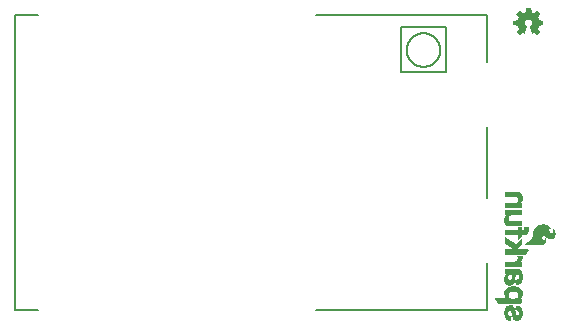
<source format=gbo>
G04 EAGLE Gerber RS-274X export*
G75*
%MOMM*%
%FSLAX34Y34*%
%LPD*%
%INSilkscreen Bottom*%
%IPPOS*%
%AMOC8*
5,1,8,0,0,1.08239X$1,22.5*%
G01*
%ADD10C,0.203200*%

G36*
X471236Y247518D02*
X471236Y247518D01*
X471302Y247523D01*
X471320Y247534D01*
X471341Y247539D01*
X471426Y247599D01*
X471450Y247613D01*
X471453Y247618D01*
X471458Y247622D01*
X473658Y249922D01*
X473666Y249935D01*
X473679Y249945D01*
X473710Y250009D01*
X473746Y250071D01*
X473747Y250087D01*
X473754Y250101D01*
X473753Y250172D01*
X473759Y250243D01*
X473753Y250258D01*
X473752Y250274D01*
X473695Y250399D01*
X473693Y250403D01*
X473693Y250404D01*
X471825Y253019D01*
X471827Y253030D01*
X471836Y253043D01*
X471847Y253101D01*
X471856Y253122D01*
X471856Y253144D01*
X471862Y253177D01*
X471863Y253182D01*
X471863Y253183D01*
X471863Y253184D01*
X471863Y253194D01*
X471896Y253259D01*
X471952Y253316D01*
X471963Y253334D01*
X471975Y253343D01*
X471983Y253362D01*
X472023Y253414D01*
X472096Y253559D01*
X472152Y253616D01*
X472192Y253680D01*
X472236Y253743D01*
X472238Y253755D01*
X472243Y253763D01*
X472247Y253798D01*
X472263Y253884D01*
X472263Y253933D01*
X472292Y253980D01*
X472336Y254043D01*
X472338Y254055D01*
X472343Y254063D01*
X472347Y254098D01*
X472363Y254184D01*
X472363Y254294D01*
X472396Y254359D01*
X472452Y254416D01*
X472492Y254480D01*
X472536Y254543D01*
X472538Y254555D01*
X472543Y254563D01*
X472547Y254598D01*
X472553Y254631D01*
X472556Y254639D01*
X472556Y254647D01*
X472563Y254684D01*
X472563Y254733D01*
X472592Y254780D01*
X472636Y254843D01*
X472638Y254855D01*
X472643Y254863D01*
X472647Y254898D01*
X472663Y254984D01*
X472663Y255094D01*
X472692Y255152D01*
X475948Y255710D01*
X475966Y255717D01*
X475985Y255718D01*
X476045Y255751D01*
X476107Y255777D01*
X476120Y255792D01*
X476137Y255801D01*
X476176Y255857D01*
X476220Y255908D01*
X476225Y255927D01*
X476236Y255943D01*
X476258Y256054D01*
X476263Y256076D01*
X476262Y256080D01*
X476263Y256084D01*
X476263Y259284D01*
X476259Y259303D01*
X476261Y259322D01*
X476250Y259356D01*
X476249Y259363D01*
X476244Y259373D01*
X476239Y259386D01*
X476224Y259452D01*
X476211Y259467D01*
X476205Y259485D01*
X476157Y259533D01*
X476114Y259586D01*
X476096Y259593D01*
X476082Y259607D01*
X475976Y259647D01*
X475956Y259656D01*
X475952Y259656D01*
X475948Y259658D01*
X472736Y260208D01*
X472725Y260247D01*
X472724Y260252D01*
X472723Y260253D01*
X472663Y260373D01*
X472663Y260384D01*
X472660Y260399D01*
X472662Y260415D01*
X472642Y260485D01*
X472642Y260500D01*
X472634Y260514D01*
X472625Y260547D01*
X472624Y260552D01*
X472623Y260553D01*
X472563Y260673D01*
X472563Y260684D01*
X472560Y260699D01*
X472562Y260715D01*
X472525Y260847D01*
X472524Y260852D01*
X472523Y260853D01*
X472363Y261173D01*
X472363Y261184D01*
X472360Y261199D01*
X472362Y261215D01*
X472325Y261347D01*
X472324Y261352D01*
X472323Y261353D01*
X472223Y261553D01*
X472200Y261581D01*
X472163Y261635D01*
X472163Y261684D01*
X472146Y261758D01*
X472132Y261833D01*
X472126Y261843D01*
X472124Y261852D01*
X472101Y261880D01*
X472052Y261952D01*
X471996Y262008D01*
X471923Y262153D01*
X471900Y262181D01*
X471863Y262235D01*
X471863Y262284D01*
X471846Y262358D01*
X471842Y262380D01*
X473696Y265068D01*
X473702Y265084D01*
X473714Y265097D01*
X473734Y265164D01*
X473759Y265229D01*
X473758Y265247D01*
X473763Y265263D01*
X473750Y265332D01*
X473744Y265402D01*
X473735Y265416D01*
X473732Y265433D01*
X473661Y265539D01*
X473654Y265550D01*
X473653Y265550D01*
X473652Y265552D01*
X471452Y267752D01*
X471438Y267761D01*
X471427Y267775D01*
X471365Y267806D01*
X471305Y267843D01*
X471288Y267845D01*
X471273Y267852D01*
X471203Y267853D01*
X471133Y267859D01*
X471117Y267853D01*
X471100Y267853D01*
X470982Y267802D01*
X470971Y267798D01*
X470970Y267797D01*
X470969Y267796D01*
X468270Y265934D01*
X468252Y265952D01*
X468187Y265992D01*
X468125Y266036D01*
X468113Y266038D01*
X468105Y266043D01*
X468070Y266046D01*
X467984Y266063D01*
X467934Y266063D01*
X467922Y266071D01*
X467854Y266123D01*
X467709Y266195D01*
X467652Y266252D01*
X467587Y266292D01*
X467525Y266336D01*
X467513Y266338D01*
X467505Y266343D01*
X467470Y266346D01*
X467384Y266363D01*
X467334Y266363D01*
X467322Y266371D01*
X467254Y266423D01*
X467054Y266523D01*
X467038Y266527D01*
X467025Y266536D01*
X466891Y266562D01*
X466885Y266563D01*
X466884Y266563D01*
X466874Y266563D01*
X466754Y266623D01*
X466738Y266627D01*
X466725Y266636D01*
X466591Y266662D01*
X466585Y266663D01*
X466584Y266663D01*
X466534Y266663D01*
X466487Y266692D01*
X466425Y266736D01*
X466413Y266738D01*
X466405Y266743D01*
X466370Y266746D01*
X466284Y266763D01*
X466174Y266763D01*
X466116Y266792D01*
X465558Y270048D01*
X465550Y270066D01*
X465549Y270085D01*
X465517Y270144D01*
X465490Y270207D01*
X465476Y270220D01*
X465466Y270237D01*
X465411Y270276D01*
X465359Y270320D01*
X465340Y270325D01*
X465325Y270336D01*
X465214Y270357D01*
X465192Y270363D01*
X465188Y270362D01*
X465184Y270363D01*
X461984Y270363D01*
X461965Y270359D01*
X461946Y270361D01*
X461882Y270339D01*
X461816Y270323D01*
X461801Y270311D01*
X461782Y270305D01*
X461735Y270257D01*
X461682Y270213D01*
X461674Y270196D01*
X461661Y270182D01*
X461621Y270076D01*
X461612Y270055D01*
X461612Y270052D01*
X461610Y270048D01*
X461060Y266836D01*
X461021Y266825D01*
X461016Y266823D01*
X461015Y266823D01*
X461014Y266823D01*
X460894Y266763D01*
X460884Y266763D01*
X460868Y266759D01*
X460852Y266762D01*
X460721Y266725D01*
X460716Y266723D01*
X460715Y266723D01*
X460714Y266723D01*
X460594Y266663D01*
X460584Y266663D01*
X460568Y266659D01*
X460552Y266662D01*
X460421Y266625D01*
X460416Y266623D01*
X460415Y266623D01*
X460414Y266623D01*
X460294Y266563D01*
X460184Y266563D01*
X460110Y266546D01*
X460034Y266532D01*
X460025Y266526D01*
X460016Y266523D01*
X459988Y266501D01*
X459916Y266452D01*
X459859Y266395D01*
X459794Y266363D01*
X459784Y266363D01*
X459768Y266359D01*
X459752Y266362D01*
X459621Y266325D01*
X459616Y266323D01*
X459615Y266323D01*
X459614Y266323D01*
X459414Y266223D01*
X459387Y266200D01*
X459316Y266152D01*
X459259Y266095D01*
X459194Y266063D01*
X459184Y266063D01*
X459168Y266059D01*
X459152Y266062D01*
X459021Y266025D01*
X459016Y266023D01*
X459015Y266023D01*
X459014Y266023D01*
X458873Y265952D01*
X456199Y267796D01*
X456187Y267801D01*
X456178Y267810D01*
X456107Y267832D01*
X456038Y267859D01*
X456025Y267858D01*
X456013Y267862D01*
X455940Y267850D01*
X455866Y267844D01*
X455855Y267837D01*
X455842Y267835D01*
X455722Y267758D01*
X453422Y265558D01*
X453408Y265536D01*
X453388Y265520D01*
X453361Y265464D01*
X453327Y265413D01*
X453324Y265387D01*
X453313Y265364D01*
X453314Y265302D01*
X453307Y265241D01*
X453316Y265217D01*
X453316Y265191D01*
X453354Y265111D01*
X453365Y265078D01*
X453372Y265072D01*
X453377Y265061D01*
X455312Y262388D01*
X455272Y262308D01*
X455216Y262252D01*
X455176Y262187D01*
X455132Y262124D01*
X455130Y262113D01*
X455125Y262105D01*
X455121Y262070D01*
X455105Y261984D01*
X455105Y261934D01*
X455097Y261921D01*
X455045Y261853D01*
X454972Y261708D01*
X454916Y261652D01*
X454876Y261587D01*
X454832Y261524D01*
X454830Y261513D01*
X454825Y261505D01*
X454821Y261470D01*
X454805Y261384D01*
X454805Y261334D01*
X454776Y261287D01*
X454732Y261224D01*
X454730Y261213D01*
X454725Y261205D01*
X454721Y261170D01*
X454705Y261084D01*
X454705Y260973D01*
X454672Y260908D01*
X454616Y260852D01*
X454576Y260787D01*
X454532Y260724D01*
X454530Y260713D01*
X454525Y260705D01*
X454521Y260670D01*
X454505Y260584D01*
X454505Y260534D01*
X454476Y260487D01*
X454432Y260424D01*
X454430Y260413D01*
X454425Y260405D01*
X454421Y260370D01*
X454405Y260284D01*
X454405Y260205D01*
X451122Y259658D01*
X451103Y259650D01*
X451083Y259649D01*
X451024Y259617D01*
X450962Y259591D01*
X450949Y259576D01*
X450931Y259566D01*
X450893Y259511D01*
X450849Y259461D01*
X450843Y259441D01*
X450832Y259424D01*
X450816Y259343D01*
X450812Y259333D01*
X450812Y259322D01*
X450811Y259318D01*
X450805Y259293D01*
X450806Y259289D01*
X450805Y259284D01*
X450805Y256084D01*
X450809Y256065D01*
X450807Y256046D01*
X450829Y255981D01*
X450844Y255915D01*
X450857Y255900D01*
X450863Y255882D01*
X450911Y255834D01*
X450954Y255782D01*
X450972Y255774D01*
X450986Y255760D01*
X451092Y255720D01*
X451112Y255711D01*
X451116Y255711D01*
X451120Y255710D01*
X454408Y255146D01*
X454443Y255021D01*
X454444Y255015D01*
X454445Y255015D01*
X454445Y255014D01*
X454505Y254894D01*
X454505Y254884D01*
X454508Y254868D01*
X454506Y254852D01*
X454543Y254721D01*
X454544Y254715D01*
X454545Y254715D01*
X454545Y254714D01*
X454605Y254594D01*
X454605Y254584D01*
X454608Y254568D01*
X454606Y254552D01*
X454643Y254421D01*
X454644Y254415D01*
X454645Y254415D01*
X454645Y254414D01*
X454805Y254094D01*
X454805Y254084D01*
X454808Y254068D01*
X454806Y254052D01*
X454843Y253921D01*
X454844Y253915D01*
X454845Y253915D01*
X454845Y253914D01*
X454945Y253714D01*
X454968Y253686D01*
X455016Y253616D01*
X455072Y253559D01*
X455105Y253494D01*
X455105Y253484D01*
X455108Y253468D01*
X455106Y253452D01*
X455143Y253321D01*
X455144Y253315D01*
X455145Y253315D01*
X455145Y253314D01*
X455245Y253114D01*
X455268Y253086D01*
X455316Y253016D01*
X455326Y253005D01*
X453381Y250411D01*
X453371Y250389D01*
X453354Y250370D01*
X453336Y250310D01*
X453311Y250253D01*
X453312Y250228D01*
X453305Y250204D01*
X453316Y250143D01*
X453319Y250080D01*
X453331Y250058D01*
X453336Y250034D01*
X453387Y249959D01*
X453403Y249929D01*
X453410Y249924D01*
X453416Y249916D01*
X455716Y247616D01*
X455730Y247607D01*
X455741Y247593D01*
X455803Y247561D01*
X455863Y247524D01*
X455880Y247523D01*
X455895Y247515D01*
X455966Y247515D01*
X456035Y247508D01*
X456051Y247514D01*
X456068Y247514D01*
X456186Y247566D01*
X456197Y247570D01*
X456198Y247571D01*
X456199Y247571D01*
X458898Y249433D01*
X458916Y249416D01*
X458981Y249375D01*
X459043Y249331D01*
X459055Y249329D01*
X459063Y249324D01*
X459098Y249321D01*
X459113Y249318D01*
X459116Y249316D01*
X459181Y249275D01*
X459243Y249231D01*
X459255Y249229D01*
X459263Y249224D01*
X459298Y249221D01*
X459384Y249204D01*
X459434Y249204D01*
X459481Y249175D01*
X459543Y249131D01*
X459555Y249129D01*
X459563Y249124D01*
X459598Y249121D01*
X459613Y249118D01*
X459616Y249116D01*
X459681Y249075D01*
X459743Y249031D01*
X459755Y249029D01*
X459763Y249024D01*
X459798Y249021D01*
X459813Y249018D01*
X459816Y249016D01*
X459881Y248975D01*
X459943Y248931D01*
X459955Y248929D01*
X459963Y248924D01*
X459998Y248921D01*
X460027Y248915D01*
X460054Y248882D01*
X460073Y248874D01*
X460088Y248859D01*
X460151Y248839D01*
X460212Y248811D01*
X460233Y248812D01*
X460252Y248806D01*
X460318Y248816D01*
X460385Y248818D01*
X460403Y248828D01*
X460423Y248831D01*
X460478Y248869D01*
X460537Y248901D01*
X460549Y248918D01*
X460565Y248930D01*
X460622Y249022D01*
X460636Y249043D01*
X460637Y249048D01*
X460640Y249052D01*
X462640Y254452D01*
X462644Y254483D01*
X462656Y254511D01*
X462654Y254567D01*
X462661Y254624D01*
X462651Y254653D01*
X462650Y254684D01*
X462623Y254734D01*
X462604Y254787D01*
X462582Y254809D01*
X462567Y254836D01*
X462507Y254882D01*
X462480Y254908D01*
X462467Y254912D01*
X462454Y254923D01*
X461909Y255195D01*
X461752Y255352D01*
X461722Y255371D01*
X461654Y255423D01*
X461509Y255495D01*
X461196Y255808D01*
X461123Y255953D01*
X461100Y255981D01*
X461052Y256052D01*
X460896Y256208D01*
X460835Y256329D01*
X460744Y256604D01*
X460732Y256623D01*
X460723Y256653D01*
X460663Y256773D01*
X460663Y256884D01*
X460655Y256919D01*
X460644Y257004D01*
X460563Y257245D01*
X460563Y258022D01*
X460644Y258264D01*
X460647Y258300D01*
X460663Y258384D01*
X460663Y258569D01*
X460800Y258773D01*
X460813Y258808D01*
X460844Y258864D01*
X460928Y259116D01*
X461279Y259642D01*
X461626Y259989D01*
X462152Y260340D01*
X462404Y260424D01*
X462422Y260435D01*
X462436Y260438D01*
X462449Y260449D01*
X462494Y260468D01*
X462699Y260604D01*
X462884Y260604D01*
X462919Y260613D01*
X463004Y260624D01*
X463246Y260704D01*
X463837Y260704D01*
X464192Y260616D01*
X464228Y260615D01*
X464284Y260604D01*
X464469Y260604D01*
X464674Y260468D01*
X464709Y260455D01*
X464758Y260427D01*
X464760Y260426D01*
X464761Y260426D01*
X464764Y260424D01*
X465016Y260340D01*
X465243Y260189D01*
X465416Y260016D01*
X465442Y259999D01*
X465474Y259968D01*
X465743Y259789D01*
X465889Y259642D01*
X466240Y259116D01*
X466605Y258022D01*
X466605Y257545D01*
X466524Y257304D01*
X466521Y257268D01*
X466505Y257184D01*
X466505Y256973D01*
X466345Y256653D01*
X466339Y256631D01*
X466324Y256604D01*
X466233Y256329D01*
X466072Y256008D01*
X465916Y255852D01*
X465897Y255821D01*
X465845Y255753D01*
X465772Y255608D01*
X465659Y255495D01*
X465514Y255423D01*
X465487Y255400D01*
X465416Y255352D01*
X465259Y255195D01*
X464938Y255035D01*
X464664Y254943D01*
X464615Y254913D01*
X464562Y254891D01*
X464542Y254869D01*
X464517Y254853D01*
X464486Y254804D01*
X464449Y254761D01*
X464441Y254732D01*
X464425Y254706D01*
X464419Y254649D01*
X464405Y254593D01*
X464411Y254559D01*
X464408Y254534D01*
X464420Y254502D01*
X464428Y254452D01*
X466428Y249052D01*
X466454Y249014D01*
X466470Y248971D01*
X466501Y248943D01*
X466524Y248908D01*
X466564Y248885D01*
X466597Y248854D01*
X466637Y248842D01*
X466674Y248821D01*
X466719Y248818D01*
X466763Y248805D01*
X466804Y248812D01*
X466846Y248810D01*
X466889Y248827D01*
X466934Y248835D01*
X466975Y248863D01*
X467006Y248876D01*
X467023Y248896D01*
X467036Y248904D01*
X467084Y248904D01*
X467158Y248922D01*
X467234Y248935D01*
X467243Y248942D01*
X467252Y248944D01*
X467280Y248967D01*
X467352Y249016D01*
X467359Y249022D01*
X467434Y249035D01*
X467443Y249042D01*
X467452Y249044D01*
X467480Y249067D01*
X467552Y249116D01*
X467559Y249122D01*
X467634Y249135D01*
X467643Y249142D01*
X467652Y249144D01*
X467680Y249167D01*
X467752Y249216D01*
X467759Y249222D01*
X467834Y249235D01*
X467843Y249242D01*
X467852Y249244D01*
X467880Y249267D01*
X467952Y249316D01*
X467959Y249322D01*
X468034Y249335D01*
X468043Y249342D01*
X468052Y249344D01*
X468080Y249367D01*
X468152Y249416D01*
X468159Y249422D01*
X468234Y249435D01*
X468243Y249442D01*
X468252Y249444D01*
X468253Y249444D01*
X470969Y247571D01*
X470989Y247564D01*
X471005Y247550D01*
X471068Y247532D01*
X471130Y247508D01*
X471151Y247510D01*
X471172Y247505D01*
X471236Y247518D01*
G37*
G36*
X473658Y69494D02*
X473658Y69494D01*
X473682Y69492D01*
X475482Y69692D01*
X475513Y69703D01*
X475560Y69709D01*
X476160Y69909D01*
X476180Y69922D01*
X476210Y69930D01*
X476810Y70230D01*
X476820Y70238D01*
X476836Y70244D01*
X477336Y70544D01*
X477350Y70558D01*
X477369Y70567D01*
X477439Y70644D01*
X477460Y70665D01*
X477462Y70670D01*
X477466Y70674D01*
X477756Y71158D01*
X478044Y71542D01*
X478059Y71577D01*
X478093Y71629D01*
X478493Y72629D01*
X478498Y72662D01*
X478515Y72708D01*
X478615Y73308D01*
X478613Y73334D01*
X478620Y73370D01*
X478620Y74170D01*
X478612Y74206D01*
X478609Y74262D01*
X478520Y74617D01*
X478520Y74770D01*
X478517Y74785D01*
X478519Y74800D01*
X478482Y74932D01*
X478481Y74939D01*
X478480Y74939D01*
X478480Y74940D01*
X478380Y75140D01*
X478364Y75159D01*
X478355Y75183D01*
X478309Y75225D01*
X478269Y75273D01*
X478247Y75283D01*
X478228Y75300D01*
X478168Y75318D01*
X478111Y75344D01*
X478086Y75343D01*
X478062Y75350D01*
X478000Y75339D01*
X477938Y75336D01*
X477916Y75324D01*
X477891Y75320D01*
X477818Y75271D01*
X477786Y75253D01*
X477781Y75245D01*
X477771Y75239D01*
X477671Y75139D01*
X477651Y75107D01*
X477600Y75040D01*
X477400Y74640D01*
X477394Y74617D01*
X477379Y74590D01*
X477308Y74375D01*
X476998Y74066D01*
X476772Y73915D01*
X476578Y73850D01*
X476402Y73850D01*
X476186Y73922D01*
X475865Y74083D01*
X475636Y74312D01*
X475478Y74548D01*
X475306Y74979D01*
X475220Y75408D01*
X475220Y76123D01*
X475393Y76814D01*
X475724Y77310D01*
X476125Y77631D01*
X476602Y77790D01*
X477162Y77790D01*
X477735Y77544D01*
X478490Y76884D01*
X479387Y76086D01*
X479389Y76085D01*
X479390Y76084D01*
X480190Y75384D01*
X480219Y75368D01*
X480255Y75338D01*
X481155Y74838D01*
X481193Y74827D01*
X481258Y74799D01*
X482158Y74599D01*
X482191Y74599D01*
X482240Y74590D01*
X483040Y74590D01*
X483077Y74598D01*
X483160Y74609D01*
X484060Y74909D01*
X484094Y74930D01*
X484161Y74961D01*
X484861Y75461D01*
X484884Y75487D01*
X484924Y75517D01*
X485724Y76417D01*
X485741Y76448D01*
X485774Y76488D01*
X486374Y77588D01*
X486384Y77624D01*
X486414Y77702D01*
X486614Y78802D01*
X486613Y78831D01*
X486620Y78870D01*
X486620Y79870D01*
X486612Y79907D01*
X486601Y79990D01*
X486301Y80890D01*
X486297Y80896D01*
X486296Y80904D01*
X485996Y81704D01*
X485986Y81718D01*
X485980Y81740D01*
X485680Y82340D01*
X485662Y82362D01*
X485644Y82398D01*
X485344Y82798D01*
X485326Y82813D01*
X485309Y82839D01*
X485209Y82939D01*
X485187Y82952D01*
X485171Y82972D01*
X485114Y82998D01*
X485062Y83030D01*
X485036Y83033D01*
X485012Y83043D01*
X484951Y83041D01*
X484889Y83047D01*
X484865Y83038D01*
X484839Y83037D01*
X484785Y83007D01*
X484727Y82985D01*
X484710Y82966D01*
X484687Y82954D01*
X484652Y82904D01*
X484610Y82858D01*
X484602Y82833D01*
X484587Y82812D01*
X484571Y82728D01*
X484560Y82692D01*
X484562Y82682D01*
X484560Y82670D01*
X484560Y82370D01*
X484568Y82333D01*
X484579Y82250D01*
X484660Y82008D01*
X484660Y81817D01*
X484571Y81462D01*
X484571Y81454D01*
X484567Y81445D01*
X484477Y80994D01*
X484315Y80671D01*
X484075Y80350D01*
X483872Y80215D01*
X483620Y80131D01*
X483600Y80118D01*
X483570Y80110D01*
X483544Y80097D01*
X483394Y80022D01*
X483240Y79971D01*
X483060Y80031D01*
X483047Y80032D01*
X483032Y80039D01*
X482696Y80123D01*
X482451Y80286D01*
X482431Y80294D01*
X482410Y80310D01*
X482065Y80483D01*
X481836Y80712D01*
X481656Y80981D01*
X481649Y80988D01*
X481644Y80998D01*
X481351Y81390D01*
X481170Y81661D01*
X480820Y82360D01*
X480820Y82908D01*
X480885Y83102D01*
X480984Y83251D01*
X481402Y83390D01*
X482140Y83390D01*
X482190Y83402D01*
X482242Y83404D01*
X482274Y83421D01*
X482309Y83429D01*
X482349Y83462D01*
X482394Y83487D01*
X482415Y83517D01*
X482442Y83539D01*
X482464Y83587D01*
X482493Y83629D01*
X482499Y83665D01*
X482513Y83698D01*
X482511Y83749D01*
X482519Y83800D01*
X482508Y83841D01*
X482507Y83871D01*
X482492Y83898D01*
X482480Y83940D01*
X482080Y84740D01*
X482077Y84744D01*
X481993Y84854D01*
X481093Y85654D01*
X481065Y85669D01*
X481032Y85698D01*
X479832Y86398D01*
X479803Y86407D01*
X479768Y86428D01*
X478368Y86928D01*
X478342Y86931D01*
X478310Y86944D01*
X476710Y87244D01*
X476674Y87242D01*
X476619Y87250D01*
X474819Y87150D01*
X474787Y87140D01*
X474738Y87136D01*
X472938Y86636D01*
X472907Y86619D01*
X472855Y86602D01*
X471055Y85602D01*
X471037Y85585D01*
X471007Y85570D01*
X470107Y84870D01*
X470093Y84854D01*
X470071Y84839D01*
X469271Y84039D01*
X469265Y84029D01*
X469254Y84020D01*
X468554Y83220D01*
X468540Y83195D01*
X468514Y83166D01*
X467914Y82166D01*
X467906Y82141D01*
X467887Y82111D01*
X467487Y81111D01*
X467484Y81092D01*
X467473Y81070D01*
X467173Y79970D01*
X467173Y79953D01*
X467165Y79933D01*
X466965Y78733D01*
X466967Y78706D01*
X466960Y78670D01*
X466960Y76801D01*
X466877Y76304D01*
X466627Y75888D01*
X465867Y74938D01*
X465297Y74462D01*
X465287Y74450D01*
X465271Y74439D01*
X463994Y73161D01*
X463319Y72679D01*
X463301Y72659D01*
X463271Y72639D01*
X462683Y72051D01*
X462097Y71562D01*
X462087Y71550D01*
X462071Y71539D01*
X461590Y71058D01*
X461212Y70774D01*
X461197Y70756D01*
X461171Y70739D01*
X460898Y70466D01*
X460629Y70286D01*
X460611Y70267D01*
X460587Y70254D01*
X460552Y70204D01*
X460511Y70160D01*
X460503Y70134D01*
X460487Y70112D01*
X460472Y70031D01*
X460461Y69994D01*
X460462Y69983D01*
X460460Y69970D01*
X460460Y69870D01*
X460471Y69820D01*
X460473Y69769D01*
X460491Y69737D01*
X460499Y69701D01*
X460532Y69662D01*
X460556Y69617D01*
X460586Y69596D01*
X460609Y69568D01*
X460656Y69547D01*
X460698Y69517D01*
X460740Y69509D01*
X460768Y69497D01*
X460798Y69498D01*
X460840Y69490D01*
X473640Y69490D01*
X473658Y69494D01*
G37*
G36*
X457244Y19991D02*
X457244Y19991D01*
X457249Y19990D01*
X457329Y20010D01*
X457409Y20029D01*
X457412Y20032D01*
X457417Y20033D01*
X457479Y20087D01*
X457542Y20139D01*
X457544Y20144D01*
X457548Y20146D01*
X457609Y20278D01*
X457709Y20678D01*
X457709Y20686D01*
X457713Y20695D01*
X457813Y21195D01*
X457812Y21227D01*
X457820Y21270D01*
X457820Y21723D01*
X457909Y22078D01*
X457909Y22086D01*
X457913Y22095D01*
X458011Y22587D01*
X458109Y22978D01*
X458109Y22986D01*
X458113Y22995D01*
X458313Y23995D01*
X458313Y23997D01*
X458313Y23998D01*
X458310Y24082D01*
X458307Y24169D01*
X458307Y24170D01*
X458307Y24171D01*
X458268Y24242D01*
X458225Y24321D01*
X458224Y24322D01*
X458224Y24323D01*
X458156Y24371D01*
X458084Y24422D01*
X458083Y24422D01*
X458082Y24423D01*
X457940Y24450D01*
X457158Y24450D01*
X457309Y24601D01*
X457319Y24617D01*
X457337Y24632D01*
X457737Y25132D01*
X457747Y25153D01*
X457766Y25174D01*
X458366Y26174D01*
X458370Y26187D01*
X458415Y26308D01*
X458615Y27508D01*
X458613Y27534D01*
X458620Y27570D01*
X458620Y28270D01*
X458618Y28281D01*
X458619Y28295D01*
X458519Y29795D01*
X458508Y29832D01*
X458498Y29898D01*
X457998Y31298D01*
X457979Y31327D01*
X457961Y31374D01*
X457261Y32474D01*
X457233Y32501D01*
X457194Y32553D01*
X456194Y33453D01*
X456171Y33466D01*
X456144Y33491D01*
X455044Y34191D01*
X455008Y34204D01*
X454952Y34233D01*
X453652Y34633D01*
X453637Y34634D01*
X453620Y34642D01*
X452220Y34942D01*
X452196Y34941D01*
X452165Y34949D01*
X450665Y35049D01*
X450643Y35046D01*
X450613Y35049D01*
X449213Y34949D01*
X449189Y34942D01*
X449155Y34941D01*
X447855Y34641D01*
X447830Y34628D01*
X447794Y34621D01*
X446594Y34121D01*
X446579Y34111D01*
X446558Y34104D01*
X445458Y33504D01*
X445429Y33478D01*
X445371Y33439D01*
X444471Y32539D01*
X444458Y32517D01*
X444432Y32494D01*
X443632Y31394D01*
X443617Y31358D01*
X443579Y31290D01*
X443179Y30090D01*
X443176Y30060D01*
X443163Y30020D01*
X442963Y28520D01*
X442967Y28481D01*
X442965Y28408D01*
X443265Y26608D01*
X443280Y26571D01*
X443300Y26500D01*
X443600Y25900D01*
X443608Y25890D01*
X443614Y25874D01*
X444214Y24874D01*
X444234Y24854D01*
X444302Y24773D01*
X444581Y24550D01*
X435340Y24550D01*
X435315Y24544D01*
X435289Y24547D01*
X435232Y24525D01*
X435171Y24511D01*
X435151Y24494D01*
X435127Y24485D01*
X435085Y24440D01*
X435038Y24401D01*
X435027Y24377D01*
X435010Y24358D01*
X434992Y24299D01*
X434967Y24242D01*
X434968Y24217D01*
X434960Y24192D01*
X434971Y24131D01*
X434973Y24069D01*
X434986Y24047D01*
X434990Y24021D01*
X435038Y23950D01*
X435056Y23917D01*
X435064Y23911D01*
X435071Y23901D01*
X435956Y23016D01*
X437143Y21532D01*
X437158Y21521D01*
X437171Y21501D01*
X438056Y20616D01*
X438443Y20132D01*
X438451Y20126D01*
X438456Y20117D01*
X438519Y20073D01*
X438579Y20025D01*
X438589Y20023D01*
X438598Y20017D01*
X438740Y19990D01*
X457240Y19990D01*
X457244Y19991D01*
G37*
G36*
X448708Y35596D02*
X448708Y35596D01*
X448730Y35605D01*
X448760Y35609D01*
X449660Y35909D01*
X449687Y35926D01*
X449729Y35940D01*
X450429Y36340D01*
X450453Y36363D01*
X450529Y36423D01*
X451129Y37123D01*
X451143Y37149D01*
X451170Y37181D01*
X451570Y37881D01*
X451578Y37907D01*
X451596Y37937D01*
X451896Y38737D01*
X451899Y38755D01*
X451909Y38778D01*
X452109Y39578D01*
X452109Y39600D01*
X452118Y39628D01*
X452218Y40528D01*
X452417Y42322D01*
X452513Y42991D01*
X452703Y43657D01*
X452888Y44210D01*
X453128Y44611D01*
X453367Y44790D01*
X454250Y44790D01*
X454715Y44558D01*
X454771Y44501D01*
X454803Y44481D01*
X454870Y44430D01*
X454957Y44387D01*
X455160Y43980D01*
X455160Y43870D01*
X455163Y43855D01*
X455161Y43840D01*
X455198Y43708D01*
X455199Y43701D01*
X455200Y43701D01*
X455200Y43700D01*
X455260Y43580D01*
X455260Y41960D01*
X454828Y41095D01*
X454515Y40783D01*
X454394Y40722D01*
X454120Y40631D01*
X454100Y40618D01*
X454070Y40610D01*
X453950Y40550D01*
X453540Y40550D01*
X453490Y40539D01*
X453439Y40537D01*
X453407Y40519D01*
X453371Y40511D01*
X453332Y40478D01*
X453287Y40454D01*
X453266Y40424D01*
X453238Y40401D01*
X453217Y40354D01*
X453187Y40312D01*
X453179Y40270D01*
X453167Y40242D01*
X453168Y40212D01*
X453160Y40170D01*
X453160Y36270D01*
X453179Y36190D01*
X453195Y36110D01*
X453198Y36106D01*
X453199Y36101D01*
X453252Y36038D01*
X453302Y35974D01*
X453306Y35972D01*
X453309Y35968D01*
X453384Y35934D01*
X453458Y35899D01*
X453463Y35899D01*
X453468Y35897D01*
X453495Y35898D01*
X453603Y35895D01*
X454803Y36095D01*
X454826Y36105D01*
X454860Y36109D01*
X455460Y36309D01*
X455492Y36329D01*
X455568Y36366D01*
X455952Y36654D01*
X456436Y36944D01*
X456448Y36956D01*
X456468Y36966D01*
X456868Y37266D01*
X456893Y37296D01*
X456944Y37342D01*
X457244Y37742D01*
X457251Y37758D01*
X457266Y37774D01*
X457866Y38774D01*
X457874Y38799D01*
X457893Y38829D01*
X458093Y39329D01*
X458097Y39358D01*
X458113Y39395D01*
X458208Y39872D01*
X458401Y40450D01*
X458403Y40475D01*
X458415Y40508D01*
X458514Y41101D01*
X458613Y41595D01*
X458612Y41627D01*
X458620Y41670D01*
X458620Y43970D01*
X458613Y44000D01*
X458613Y44045D01*
X458520Y44508D01*
X458520Y45070D01*
X458513Y45100D01*
X458513Y45145D01*
X458413Y45645D01*
X458401Y45671D01*
X458393Y45711D01*
X458206Y46179D01*
X458113Y46645D01*
X458101Y46671D01*
X458093Y46711D01*
X457893Y47211D01*
X457871Y47242D01*
X457844Y47298D01*
X456944Y48498D01*
X456914Y48523D01*
X456868Y48574D01*
X456468Y48874D01*
X456442Y48886D01*
X456410Y48910D01*
X456010Y49110D01*
X455996Y49113D01*
X455981Y49123D01*
X455481Y49323D01*
X455452Y49327D01*
X455415Y49343D01*
X454915Y49443D01*
X454883Y49442D01*
X454840Y49450D01*
X446230Y49450D01*
X446110Y49510D01*
X446095Y49514D01*
X446082Y49523D01*
X445948Y49549D01*
X445942Y49550D01*
X445941Y49550D01*
X445940Y49550D01*
X445130Y49550D01*
X445010Y49610D01*
X444995Y49614D01*
X444982Y49623D01*
X444848Y49649D01*
X444842Y49650D01*
X444841Y49650D01*
X444840Y49650D01*
X444730Y49650D01*
X444610Y49710D01*
X444595Y49714D01*
X444582Y49723D01*
X444448Y49749D01*
X444442Y49750D01*
X444441Y49750D01*
X444440Y49750D01*
X444230Y49750D01*
X444165Y49783D01*
X444109Y49839D01*
X444044Y49879D01*
X443982Y49923D01*
X443970Y49925D01*
X443962Y49930D01*
X443925Y49934D01*
X443840Y49950D01*
X443740Y49950D01*
X443690Y49939D01*
X443639Y49937D01*
X443607Y49919D01*
X443571Y49911D01*
X443532Y49878D01*
X443487Y49854D01*
X443466Y49824D01*
X443438Y49801D01*
X443417Y49754D01*
X443387Y49712D01*
X443379Y49670D01*
X443367Y49642D01*
X443368Y49612D01*
X443360Y49570D01*
X443360Y45670D01*
X443371Y45620D01*
X443373Y45569D01*
X443391Y45537D01*
X443399Y45501D01*
X443432Y45462D01*
X443456Y45417D01*
X443486Y45396D01*
X443509Y45368D01*
X443556Y45347D01*
X443598Y45317D01*
X443640Y45309D01*
X443668Y45297D01*
X443678Y45297D01*
X443736Y45261D01*
X443798Y45217D01*
X443810Y45215D01*
X443818Y45210D01*
X443855Y45206D01*
X443869Y45204D01*
X443871Y45201D01*
X443936Y45161D01*
X443998Y45117D01*
X444010Y45115D01*
X444018Y45110D01*
X444055Y45106D01*
X444140Y45090D01*
X444289Y45090D01*
X444310Y45077D01*
X444171Y44939D01*
X444155Y44912D01*
X444124Y44881D01*
X443924Y44581D01*
X443910Y44545D01*
X443879Y44490D01*
X443795Y44239D01*
X443624Y43981D01*
X443610Y43945D01*
X443579Y43890D01*
X443179Y42690D01*
X443176Y42653D01*
X443160Y42570D01*
X443160Y42332D01*
X443079Y42090D01*
X443076Y42053D01*
X443060Y41970D01*
X443060Y41632D01*
X442979Y41390D01*
X442976Y41353D01*
X442960Y41270D01*
X442960Y40170D01*
X442967Y40140D01*
X442967Y40095D01*
X443060Y39632D01*
X443060Y39170D01*
X443068Y39134D01*
X443071Y39078D01*
X443171Y38678D01*
X443181Y38658D01*
X443187Y38629D01*
X443387Y38129D01*
X443395Y38117D01*
X443400Y38100D01*
X443600Y37700D01*
X443613Y37684D01*
X443624Y37659D01*
X443811Y37379D01*
X444000Y37000D01*
X444024Y36971D01*
X444071Y36901D01*
X444371Y36601D01*
X444398Y36585D01*
X444429Y36554D01*
X444720Y36359D01*
X445112Y36066D01*
X445121Y36062D01*
X445129Y36054D01*
X445429Y35854D01*
X445430Y35853D01*
X445431Y35852D01*
X445565Y35797D01*
X446016Y35707D01*
X446370Y35530D01*
X446385Y35526D01*
X446398Y35517D01*
X446532Y35491D01*
X446539Y35490D01*
X446540Y35490D01*
X447002Y35490D01*
X447465Y35397D01*
X447475Y35397D01*
X447608Y35396D01*
X448708Y35596D01*
G37*
G36*
X461183Y61500D02*
X461183Y61500D01*
X461228Y61500D01*
X461267Y61519D01*
X461309Y61529D01*
X461343Y61558D01*
X461383Y61578D01*
X461416Y61617D01*
X461442Y61639D01*
X461453Y61663D01*
X461475Y61690D01*
X463575Y65590D01*
X463590Y65645D01*
X463613Y65698D01*
X463612Y65728D01*
X463620Y65757D01*
X463609Y65813D01*
X463607Y65871D01*
X463592Y65897D01*
X463586Y65927D01*
X463551Y65972D01*
X463524Y66023D01*
X463499Y66040D01*
X463481Y66064D01*
X463429Y66090D01*
X463382Y66123D01*
X463348Y66129D01*
X463325Y66141D01*
X463290Y66140D01*
X463240Y66150D01*
X453785Y66150D01*
X458203Y70396D01*
X458247Y70463D01*
X458293Y70528D01*
X458294Y70536D01*
X458298Y70541D01*
X458302Y70574D01*
X458320Y70670D01*
X458320Y75270D01*
X458314Y75297D01*
X458316Y75324D01*
X458294Y75380D01*
X458281Y75439D01*
X458263Y75460D01*
X458253Y75486D01*
X458209Y75526D01*
X458171Y75572D01*
X458145Y75584D01*
X458125Y75602D01*
X458067Y75619D01*
X458012Y75643D01*
X457985Y75642D01*
X457958Y75650D01*
X457899Y75639D01*
X457839Y75637D01*
X457815Y75623D01*
X457788Y75619D01*
X457721Y75572D01*
X457687Y75554D01*
X457680Y75545D01*
X457669Y75536D01*
X452687Y70459D01*
X443948Y76188D01*
X443879Y76213D01*
X443812Y76243D01*
X443799Y76243D01*
X443786Y76248D01*
X443713Y76239D01*
X443639Y76237D01*
X443627Y76230D01*
X443614Y76229D01*
X443552Y76189D01*
X443487Y76154D01*
X443479Y76143D01*
X443468Y76135D01*
X443430Y76072D01*
X443387Y76012D01*
X443384Y75997D01*
X443378Y75987D01*
X443375Y75948D01*
X443360Y75870D01*
X443360Y71170D01*
X443367Y71138D01*
X443365Y71104D01*
X443387Y71054D01*
X443399Y71001D01*
X443420Y70976D01*
X443433Y70945D01*
X443485Y70898D01*
X443509Y70868D01*
X443525Y70861D01*
X443540Y70847D01*
X449446Y67191D01*
X448475Y66150D01*
X443740Y66150D01*
X443690Y66139D01*
X443639Y66137D01*
X443607Y66119D01*
X443571Y66111D01*
X443532Y66078D01*
X443487Y66054D01*
X443466Y66024D01*
X443438Y66001D01*
X443417Y65954D01*
X443387Y65912D01*
X443379Y65870D01*
X443367Y65842D01*
X443368Y65812D01*
X443360Y65770D01*
X443360Y61870D01*
X443371Y61820D01*
X443373Y61769D01*
X443391Y61737D01*
X443399Y61701D01*
X443432Y61662D01*
X443456Y61617D01*
X443486Y61596D01*
X443509Y61568D01*
X443556Y61547D01*
X443598Y61517D01*
X443640Y61509D01*
X443668Y61497D01*
X443698Y61498D01*
X443740Y61490D01*
X461140Y61490D01*
X461183Y61500D01*
G37*
G36*
X457990Y100901D02*
X457990Y100901D01*
X458041Y100903D01*
X458073Y100921D01*
X458109Y100929D01*
X458148Y100962D01*
X458193Y100986D01*
X458214Y101016D01*
X458242Y101039D01*
X458263Y101086D01*
X458293Y101128D01*
X458301Y101170D01*
X458313Y101198D01*
X458312Y101228D01*
X458320Y101270D01*
X458320Y104970D01*
X458309Y105020D01*
X458307Y105071D01*
X458289Y105103D01*
X458281Y105139D01*
X458248Y105178D01*
X458224Y105223D01*
X458194Y105244D01*
X458171Y105272D01*
X458124Y105293D01*
X458082Y105323D01*
X458040Y105331D01*
X458012Y105343D01*
X457982Y105342D01*
X457940Y105350D01*
X456958Y105350D01*
X457209Y105601D01*
X457219Y105617D01*
X457237Y105632D01*
X457637Y106132D01*
X457643Y106146D01*
X457656Y106159D01*
X458056Y106759D01*
X458070Y106795D01*
X458101Y106850D01*
X458501Y108050D01*
X458503Y108075D01*
X458515Y108108D01*
X458615Y108708D01*
X458613Y108734D01*
X458620Y108770D01*
X458620Y109370D01*
X458617Y109382D01*
X458619Y109397D01*
X458519Y110797D01*
X458510Y110827D01*
X458507Y110870D01*
X458505Y110877D01*
X458401Y111257D01*
X458298Y111637D01*
X458298Y111638D01*
X458207Y111970D01*
X458190Y112002D01*
X458172Y112055D01*
X457672Y112955D01*
X457646Y112983D01*
X457609Y113039D01*
X456909Y113739D01*
X456879Y113757D01*
X456842Y113792D01*
X456042Y114292D01*
X456005Y114305D01*
X455949Y114334D01*
X454949Y114634D01*
X454930Y114635D01*
X454908Y114644D01*
X453808Y114844D01*
X453791Y114843D01*
X453769Y114849D01*
X452469Y114949D01*
X452456Y114947D01*
X452440Y114950D01*
X443740Y114950D01*
X443690Y114939D01*
X443639Y114937D01*
X443607Y114919D01*
X443571Y114911D01*
X443532Y114878D01*
X443487Y114854D01*
X443466Y114824D01*
X443438Y114801D01*
X443417Y114754D01*
X443387Y114712D01*
X443379Y114670D01*
X443367Y114642D01*
X443368Y114612D01*
X443360Y114570D01*
X443360Y110670D01*
X443371Y110620D01*
X443373Y110569D01*
X443391Y110537D01*
X443399Y110501D01*
X443432Y110462D01*
X443456Y110417D01*
X443486Y110396D01*
X443509Y110368D01*
X443556Y110347D01*
X443598Y110317D01*
X443640Y110309D01*
X443668Y110297D01*
X443698Y110298D01*
X443740Y110290D01*
X451716Y110290D01*
X452489Y110193D01*
X453183Y110094D01*
X453706Y110007D01*
X454128Y109754D01*
X454452Y109511D01*
X454680Y109131D01*
X454766Y108701D01*
X454856Y108162D01*
X454764Y107425D01*
X454677Y106904D01*
X454449Y106524D01*
X454022Y106183D01*
X453567Y105909D01*
X452942Y105642D01*
X452119Y105550D01*
X443740Y105550D01*
X443690Y105539D01*
X443639Y105537D01*
X443607Y105519D01*
X443571Y105511D01*
X443532Y105478D01*
X443487Y105454D01*
X443466Y105424D01*
X443438Y105401D01*
X443417Y105354D01*
X443387Y105312D01*
X443379Y105270D01*
X443367Y105242D01*
X443368Y105212D01*
X443360Y105170D01*
X443360Y101270D01*
X443371Y101220D01*
X443373Y101169D01*
X443391Y101137D01*
X443399Y101101D01*
X443432Y101062D01*
X443456Y101017D01*
X443486Y100996D01*
X443509Y100968D01*
X443556Y100947D01*
X443598Y100917D01*
X443640Y100909D01*
X443668Y100897D01*
X443698Y100898D01*
X443740Y100890D01*
X457940Y100890D01*
X457990Y100901D01*
G37*
G36*
X457990Y85601D02*
X457990Y85601D01*
X458041Y85603D01*
X458073Y85621D01*
X458109Y85629D01*
X458148Y85662D01*
X458193Y85686D01*
X458214Y85716D01*
X458242Y85739D01*
X458263Y85786D01*
X458293Y85828D01*
X458301Y85870D01*
X458313Y85898D01*
X458312Y85928D01*
X458320Y85970D01*
X458320Y89770D01*
X458309Y89820D01*
X458307Y89871D01*
X458289Y89903D01*
X458281Y89939D01*
X458248Y89978D01*
X458224Y90023D01*
X458194Y90044D01*
X458171Y90072D01*
X458124Y90093D01*
X458082Y90123D01*
X458040Y90131D01*
X458012Y90143D01*
X457982Y90142D01*
X457940Y90150D01*
X449964Y90150D01*
X448395Y90346D01*
X447894Y90430D01*
X447228Y90930D01*
X447000Y91309D01*
X446914Y91739D01*
X446824Y92278D01*
X446916Y93015D01*
X447003Y93536D01*
X447242Y93934D01*
X447565Y94258D01*
X447800Y94375D01*
X448100Y94525D01*
X448740Y94799D01*
X449464Y94890D01*
X457940Y94890D01*
X457990Y94901D01*
X458041Y94903D01*
X458073Y94921D01*
X458109Y94929D01*
X458148Y94962D01*
X458193Y94986D01*
X458214Y95016D01*
X458242Y95039D01*
X458263Y95086D01*
X458293Y95128D01*
X458301Y95170D01*
X458313Y95198D01*
X458312Y95228D01*
X458320Y95270D01*
X458320Y99170D01*
X458309Y99220D01*
X458307Y99271D01*
X458289Y99303D01*
X458281Y99339D01*
X458248Y99378D01*
X458224Y99423D01*
X458194Y99444D01*
X458171Y99472D01*
X458124Y99493D01*
X458082Y99523D01*
X458040Y99531D01*
X458012Y99543D01*
X457982Y99542D01*
X457940Y99550D01*
X443740Y99550D01*
X443690Y99539D01*
X443639Y99537D01*
X443607Y99519D01*
X443571Y99511D01*
X443532Y99478D01*
X443487Y99454D01*
X443466Y99424D01*
X443438Y99401D01*
X443417Y99354D01*
X443387Y99312D01*
X443379Y99270D01*
X443367Y99242D01*
X443368Y99212D01*
X443360Y99170D01*
X443360Y95470D01*
X443371Y95420D01*
X443373Y95369D01*
X443391Y95337D01*
X443399Y95301D01*
X443432Y95262D01*
X443456Y95217D01*
X443486Y95196D01*
X443509Y95168D01*
X443556Y95147D01*
X443598Y95117D01*
X443640Y95109D01*
X443668Y95097D01*
X443698Y95098D01*
X443740Y95090D01*
X444681Y95090D01*
X444402Y94867D01*
X444381Y94840D01*
X444343Y94808D01*
X443943Y94308D01*
X443929Y94278D01*
X443900Y94240D01*
X443600Y93640D01*
X443597Y93626D01*
X443587Y93611D01*
X443387Y93111D01*
X443385Y93101D01*
X443379Y93090D01*
X443179Y92490D01*
X443177Y92461D01*
X443164Y92424D01*
X443064Y91727D01*
X442965Y91133D01*
X442967Y91097D01*
X442961Y91043D01*
X443061Y89643D01*
X443072Y89606D01*
X443083Y89540D01*
X443483Y88440D01*
X443497Y88418D01*
X443508Y88385D01*
X444008Y87485D01*
X444029Y87462D01*
X444051Y87423D01*
X444651Y86723D01*
X444674Y86706D01*
X444755Y86638D01*
X445655Y86138D01*
X445688Y86128D01*
X445731Y86106D01*
X446731Y85806D01*
X446750Y85805D01*
X446772Y85796D01*
X447872Y85596D01*
X447901Y85597D01*
X447940Y85590D01*
X457940Y85590D01*
X457990Y85601D01*
G37*
G36*
X448362Y5300D02*
X448362Y5300D01*
X448441Y5303D01*
X448447Y5307D01*
X448455Y5308D01*
X448523Y5348D01*
X448593Y5386D01*
X448597Y5392D01*
X448604Y5396D01*
X448647Y5463D01*
X448693Y5528D01*
X448694Y5536D01*
X448698Y5542D01*
X448702Y5575D01*
X448720Y5670D01*
X448720Y9370D01*
X448709Y9420D01*
X448707Y9471D01*
X448689Y9503D01*
X448681Y9539D01*
X448648Y9578D01*
X448624Y9623D01*
X448594Y9644D01*
X448571Y9672D01*
X448524Y9693D01*
X448482Y9723D01*
X448440Y9731D01*
X448412Y9743D01*
X448382Y9742D01*
X448340Y9750D01*
X447813Y9750D01*
X447428Y9904D01*
X447112Y10142D01*
X446600Y10824D01*
X446515Y11333D01*
X446513Y11338D01*
X446513Y11345D01*
X446414Y11839D01*
X446328Y12354D01*
X446409Y12678D01*
X446409Y12714D01*
X446420Y12770D01*
X446420Y13123D01*
X446499Y13437D01*
X446665Y13769D01*
X446928Y14120D01*
X447134Y14327D01*
X447740Y14478D01*
X448007Y14411D01*
X448290Y14270D01*
X448524Y13958D01*
X448792Y13510D01*
X448975Y12964D01*
X449369Y11387D01*
X449567Y10395D01*
X449569Y10392D01*
X449569Y10388D01*
X449769Y9488D01*
X449779Y9467D01*
X449784Y9437D01*
X450084Y8637D01*
X450088Y8630D01*
X450091Y8620D01*
X450391Y7920D01*
X450402Y7905D01*
X450410Y7881D01*
X450810Y7181D01*
X450818Y7173D01*
X450824Y7159D01*
X451224Y6559D01*
X451225Y6558D01*
X451226Y6556D01*
X451329Y6454D01*
X451929Y6054D01*
X451957Y6043D01*
X451990Y6021D01*
X452690Y5721D01*
X452729Y5714D01*
X452798Y5692D01*
X453698Y5592D01*
X453729Y5596D01*
X453772Y5591D01*
X454972Y5691D01*
X455009Y5703D01*
X455081Y5717D01*
X456081Y6117D01*
X456110Y6137D01*
X456190Y6184D01*
X456990Y6884D01*
X457004Y6903D01*
X457029Y6923D01*
X457629Y7623D01*
X457646Y7655D01*
X457680Y7700D01*
X458180Y8700D01*
X458189Y8737D01*
X458213Y8795D01*
X458413Y9795D01*
X458413Y9799D01*
X458414Y9802D01*
X458614Y10902D01*
X458613Y10921D01*
X458613Y10932D01*
X458620Y10970D01*
X458620Y13270D01*
X458614Y13298D01*
X458614Y13338D01*
X458414Y14438D01*
X458407Y14455D01*
X458404Y14479D01*
X458104Y15479D01*
X458094Y15498D01*
X458087Y15524D01*
X457687Y16424D01*
X457667Y16452D01*
X457644Y16498D01*
X457044Y17298D01*
X457021Y17318D01*
X457014Y17330D01*
X456997Y17342D01*
X456968Y17374D01*
X456168Y17974D01*
X456142Y17986D01*
X456110Y18010D01*
X455110Y18510D01*
X455072Y18519D01*
X455003Y18545D01*
X453803Y18745D01*
X453721Y18740D01*
X453639Y18737D01*
X453635Y18734D01*
X453630Y18734D01*
X453559Y18693D01*
X453487Y18654D01*
X453484Y18650D01*
X453480Y18647D01*
X453434Y18579D01*
X453387Y18512D01*
X453386Y18507D01*
X453384Y18503D01*
X453380Y18475D01*
X453360Y18370D01*
X453360Y14670D01*
X453363Y14657D01*
X453361Y14643D01*
X453382Y14573D01*
X453399Y14501D01*
X453408Y14491D01*
X453412Y14478D01*
X453463Y14425D01*
X453509Y14368D01*
X453522Y14362D01*
X453531Y14352D01*
X453665Y14297D01*
X454131Y14204D01*
X454562Y14032D01*
X454766Y13896D01*
X454911Y13679D01*
X455093Y13314D01*
X455260Y12897D01*
X455260Y11332D01*
X455179Y11090D01*
X455178Y11077D01*
X455171Y11062D01*
X455075Y10676D01*
X455021Y10514D01*
X454625Y10250D01*
X454387Y10250D01*
X454107Y10320D01*
X453812Y10542D01*
X453565Y10871D01*
X453292Y11416D01*
X453113Y11955D01*
X453017Y12717D01*
X453010Y12736D01*
X453009Y12762D01*
X452410Y15158D01*
X452211Y16053D01*
X452194Y16088D01*
X452170Y16159D01*
X451370Y17559D01*
X451351Y17579D01*
X451332Y17613D01*
X450832Y18213D01*
X450801Y18237D01*
X450751Y18286D01*
X450151Y18686D01*
X450123Y18697D01*
X450090Y18720D01*
X449390Y19020D01*
X449351Y19026D01*
X449282Y19048D01*
X448382Y19148D01*
X448344Y19143D01*
X448282Y19146D01*
X446982Y18946D01*
X446953Y18934D01*
X446910Y18927D01*
X445810Y18527D01*
X445777Y18506D01*
X445712Y18474D01*
X444912Y17874D01*
X444891Y17849D01*
X444854Y17820D01*
X444154Y17020D01*
X444136Y16987D01*
X444100Y16940D01*
X443600Y15940D01*
X443593Y15910D01*
X443573Y15870D01*
X443273Y14770D01*
X443273Y14753D01*
X443265Y14733D01*
X443065Y13533D01*
X443066Y13519D01*
X443061Y13502D01*
X442961Y12302D01*
X442965Y12275D01*
X442961Y12238D01*
X443061Y11038D01*
X443065Y11025D01*
X443065Y11008D01*
X443265Y9808D01*
X443272Y9792D01*
X443273Y9770D01*
X443278Y9752D01*
X443382Y9372D01*
X443485Y8992D01*
X443485Y8991D01*
X443573Y8670D01*
X443588Y8642D01*
X443600Y8600D01*
X444100Y7600D01*
X444124Y7571D01*
X444154Y7520D01*
X444854Y6720D01*
X444879Y6702D01*
X444907Y6670D01*
X445807Y5970D01*
X445842Y5954D01*
X445899Y5917D01*
X446899Y5517D01*
X446933Y5512D01*
X446982Y5494D01*
X448282Y5294D01*
X448362Y5300D01*
G37*
G36*
X455405Y74002D02*
X455405Y74002D01*
X455441Y74003D01*
X455487Y74028D01*
X455537Y74045D01*
X455567Y74072D01*
X455593Y74086D01*
X455611Y74112D01*
X455644Y74142D01*
X455928Y74520D01*
X457509Y76101D01*
X457521Y76121D01*
X457544Y76142D01*
X457812Y76498D01*
X458168Y76766D01*
X458179Y76778D01*
X458193Y76786D01*
X458234Y76844D01*
X458279Y76899D01*
X458283Y76914D01*
X458293Y76928D01*
X458317Y77055D01*
X458320Y77067D01*
X458320Y77068D01*
X458320Y77070D01*
X458320Y77890D01*
X459940Y77890D01*
X459966Y77896D01*
X460074Y77914D01*
X460874Y78214D01*
X460880Y78218D01*
X460890Y78221D01*
X461590Y78521D01*
X461621Y78544D01*
X461683Y78578D01*
X462283Y79078D01*
X462306Y79108D01*
X462349Y79149D01*
X462849Y79849D01*
X462859Y79873D01*
X462880Y79900D01*
X463280Y80700D01*
X463287Y80727D01*
X463304Y80761D01*
X463604Y81761D01*
X463607Y81800D01*
X463620Y81870D01*
X463620Y84770D01*
X463617Y84785D01*
X463619Y84800D01*
X463582Y84932D01*
X463581Y84939D01*
X463580Y84939D01*
X463580Y84940D01*
X463480Y85140D01*
X463448Y85179D01*
X463424Y85223D01*
X463393Y85244D01*
X463369Y85273D01*
X463323Y85294D01*
X463282Y85323D01*
X463239Y85331D01*
X463211Y85344D01*
X463181Y85342D01*
X463140Y85350D01*
X460340Y85350D01*
X460290Y85339D01*
X460239Y85337D01*
X460207Y85319D01*
X460171Y85311D01*
X460132Y85278D01*
X460087Y85254D01*
X460066Y85224D01*
X460038Y85201D01*
X460017Y85154D01*
X459987Y85112D01*
X459979Y85070D01*
X459967Y85042D01*
X459968Y85012D01*
X459960Y84970D01*
X459960Y83317D01*
X459881Y83003D01*
X459745Y82730D01*
X459549Y82600D01*
X459450Y82550D01*
X459140Y82550D01*
X459104Y82542D01*
X459048Y82539D01*
X458693Y82450D01*
X458320Y82450D01*
X458320Y84770D01*
X458309Y84820D01*
X458307Y84871D01*
X458289Y84903D01*
X458281Y84939D01*
X458248Y84978D01*
X458224Y85023D01*
X458194Y85044D01*
X458171Y85072D01*
X458124Y85093D01*
X458082Y85123D01*
X458040Y85131D01*
X458012Y85143D01*
X457982Y85142D01*
X457940Y85150D01*
X455340Y85150D01*
X455290Y85139D01*
X455239Y85137D01*
X455207Y85119D01*
X455171Y85111D01*
X455132Y85078D01*
X455087Y85054D01*
X455066Y85024D01*
X455038Y85001D01*
X455017Y84954D01*
X454987Y84912D01*
X454979Y84870D01*
X454967Y84842D01*
X454968Y84812D01*
X454960Y84770D01*
X454960Y82450D01*
X443740Y82450D01*
X443690Y82439D01*
X443639Y82437D01*
X443607Y82419D01*
X443571Y82411D01*
X443532Y82378D01*
X443487Y82354D01*
X443466Y82324D01*
X443438Y82301D01*
X443417Y82254D01*
X443387Y82212D01*
X443379Y82170D01*
X443367Y82142D01*
X443368Y82112D01*
X443360Y82070D01*
X443360Y78270D01*
X443371Y78220D01*
X443373Y78169D01*
X443391Y78137D01*
X443399Y78101D01*
X443432Y78062D01*
X443456Y78017D01*
X443486Y77996D01*
X443509Y77968D01*
X443556Y77947D01*
X443598Y77917D01*
X443640Y77909D01*
X443668Y77897D01*
X443698Y77898D01*
X443740Y77890D01*
X454960Y77890D01*
X454960Y74370D01*
X454972Y74319D01*
X454974Y74266D01*
X454991Y74236D01*
X454999Y74201D01*
X455033Y74161D01*
X455058Y74115D01*
X455087Y74095D01*
X455109Y74068D01*
X455157Y74046D01*
X455201Y74016D01*
X455235Y74011D01*
X455268Y73997D01*
X455320Y73999D01*
X455372Y73991D01*
X455405Y74002D01*
G37*
G36*
X457253Y50893D02*
X457253Y50893D01*
X457267Y50891D01*
X457337Y50912D01*
X457409Y50929D01*
X457419Y50938D01*
X457432Y50942D01*
X457486Y50993D01*
X457542Y51039D01*
X457548Y51052D01*
X457558Y51061D01*
X457613Y51195D01*
X457711Y51687D01*
X457809Y52078D01*
X457809Y52114D01*
X457820Y52170D01*
X457820Y52632D01*
X457911Y53087D01*
X458009Y53478D01*
X458009Y53486D01*
X458013Y53495D01*
X458211Y54487D01*
X458309Y54878D01*
X458309Y54888D01*
X458313Y54898D01*
X458310Y54974D01*
X458312Y55051D01*
X458307Y55060D01*
X458307Y55071D01*
X458270Y55138D01*
X458237Y55207D01*
X458229Y55214D01*
X458224Y55223D01*
X458161Y55267D01*
X458101Y55315D01*
X458091Y55317D01*
X458082Y55323D01*
X457940Y55350D01*
X456524Y55350D01*
X456678Y55473D01*
X456680Y55476D01*
X456683Y55478D01*
X457283Y55978D01*
X457303Y56003D01*
X457337Y56032D01*
X457737Y56532D01*
X457748Y56556D01*
X457770Y56581D01*
X458170Y57281D01*
X458179Y57311D01*
X458201Y57350D01*
X458401Y57950D01*
X458401Y57957D01*
X458406Y57966D01*
X458606Y58666D01*
X458608Y58704D01*
X458620Y58770D01*
X458620Y60170D01*
X458603Y60244D01*
X458590Y60319D01*
X458583Y60329D01*
X458581Y60339D01*
X458557Y60368D01*
X458509Y60439D01*
X458508Y60440D01*
X458507Y60471D01*
X458489Y60503D01*
X458481Y60539D01*
X458448Y60578D01*
X458424Y60623D01*
X458394Y60644D01*
X458371Y60672D01*
X458324Y60693D01*
X458282Y60723D01*
X458240Y60731D01*
X458212Y60743D01*
X458182Y60742D01*
X458140Y60750D01*
X454540Y60750D01*
X454490Y60739D01*
X454439Y60737D01*
X454407Y60719D01*
X454371Y60711D01*
X454332Y60678D01*
X454287Y60654D01*
X454266Y60624D01*
X454238Y60601D01*
X454217Y60554D01*
X454187Y60512D01*
X454179Y60470D01*
X454167Y60442D01*
X454168Y60412D01*
X454160Y60370D01*
X454160Y60270D01*
X454163Y60255D01*
X454161Y60240D01*
X454198Y60108D01*
X454199Y60101D01*
X454200Y60101D01*
X454200Y60100D01*
X454260Y59980D01*
X454260Y58989D01*
X454164Y58035D01*
X453984Y57313D01*
X453644Y56718D01*
X453122Y56284D01*
X452491Y55923D01*
X451846Y55739D01*
X450998Y55550D01*
X443740Y55550D01*
X443690Y55539D01*
X443639Y55537D01*
X443607Y55519D01*
X443571Y55511D01*
X443532Y55478D01*
X443487Y55454D01*
X443466Y55424D01*
X443438Y55401D01*
X443417Y55354D01*
X443387Y55312D01*
X443379Y55270D01*
X443367Y55242D01*
X443368Y55212D01*
X443360Y55170D01*
X443360Y51270D01*
X443371Y51220D01*
X443373Y51169D01*
X443391Y51137D01*
X443399Y51101D01*
X443432Y51062D01*
X443456Y51017D01*
X443486Y50996D01*
X443509Y50968D01*
X443556Y50947D01*
X443598Y50917D01*
X443640Y50909D01*
X443668Y50897D01*
X443698Y50898D01*
X443740Y50890D01*
X457240Y50890D01*
X457253Y50893D01*
G37*
%LPC*%
G36*
X449987Y24450D02*
X449987Y24450D01*
X448462Y24832D01*
X447857Y25091D01*
X447421Y25527D01*
X446984Y26052D01*
X446814Y26644D01*
X446723Y27467D01*
X446814Y28200D01*
X446988Y28893D01*
X447408Y29397D01*
X447837Y29741D01*
X448482Y30017D01*
X449232Y30298D01*
X449964Y30390D01*
X451616Y30390D01*
X452348Y30298D01*
X453098Y30017D01*
X453739Y29742D01*
X454254Y29313D01*
X454604Y28788D01*
X454868Y28172D01*
X454957Y27373D01*
X454868Y26662D01*
X454605Y25960D01*
X454267Y25538D01*
X453739Y25098D01*
X453098Y24823D01*
X452348Y24542D01*
X451616Y24450D01*
X449987Y24450D01*
G37*
%LPD*%
%LPC*%
G36*
X447602Y40050D02*
X447602Y40050D01*
X447360Y40131D01*
X447323Y40134D01*
X447240Y40150D01*
X447130Y40150D01*
X447065Y40183D01*
X447009Y40239D01*
X446977Y40259D01*
X446910Y40310D01*
X446823Y40353D01*
X446780Y40440D01*
X446756Y40469D01*
X446709Y40539D01*
X446653Y40595D01*
X446520Y40860D01*
X446520Y40970D01*
X446517Y40985D01*
X446519Y41000D01*
X446482Y41132D01*
X446481Y41139D01*
X446480Y41139D01*
X446480Y41140D01*
X446420Y41260D01*
X446420Y41370D01*
X446417Y41385D01*
X446419Y41400D01*
X446382Y41532D01*
X446381Y41539D01*
X446380Y41539D01*
X446380Y41540D01*
X446320Y41660D01*
X446320Y42032D01*
X446413Y42495D01*
X446412Y42527D01*
X446420Y42570D01*
X446420Y42980D01*
X446580Y43300D01*
X446588Y43333D01*
X446609Y43378D01*
X446693Y43714D01*
X446836Y43928D01*
X446982Y44075D01*
X447251Y44254D01*
X447272Y44277D01*
X447309Y44301D01*
X447445Y44438D01*
X447960Y44609D01*
X447980Y44622D01*
X448010Y44630D01*
X448186Y44718D01*
X448402Y44790D01*
X450025Y44790D01*
X449900Y44540D01*
X449896Y44525D01*
X449887Y44512D01*
X449861Y44378D01*
X449860Y44372D01*
X449860Y44371D01*
X449860Y44370D01*
X449860Y44260D01*
X449800Y44140D01*
X449796Y44125D01*
X449787Y44112D01*
X449761Y43978D01*
X449760Y43972D01*
X449760Y43971D01*
X449760Y43970D01*
X449760Y43660D01*
X449700Y43540D01*
X449696Y43525D01*
X449687Y43512D01*
X449661Y43378D01*
X449660Y43372D01*
X449660Y43371D01*
X449660Y43370D01*
X449660Y43232D01*
X449579Y42990D01*
X449576Y42953D01*
X449573Y42938D01*
X449567Y42924D01*
X449567Y42909D01*
X449560Y42870D01*
X449560Y42532D01*
X449479Y42290D01*
X449476Y42253D01*
X449460Y42170D01*
X449460Y41860D01*
X449400Y41740D01*
X449396Y41725D01*
X449387Y41712D01*
X449361Y41578D01*
X449360Y41572D01*
X449360Y41571D01*
X449360Y41570D01*
X449360Y41432D01*
X449288Y41216D01*
X449228Y41095D01*
X449171Y41039D01*
X449151Y41007D01*
X449100Y40940D01*
X448928Y40595D01*
X448871Y40539D01*
X448851Y40507D01*
X448800Y40440D01*
X448757Y40353D01*
X448637Y40294D01*
X448350Y40150D01*
X448240Y40150D01*
X448225Y40147D01*
X448210Y40149D01*
X448078Y40112D01*
X448071Y40111D01*
X448071Y40110D01*
X448070Y40110D01*
X447950Y40050D01*
X447602Y40050D01*
G37*
%LPD*%
D10*
X48600Y264700D02*
X28600Y264700D01*
X28600Y14700D01*
X48600Y14700D01*
X283600Y14700D02*
X428600Y14700D01*
X428600Y54700D01*
X428600Y109700D02*
X428600Y169700D01*
X428600Y224700D02*
X428600Y264700D01*
X283600Y264700D01*
X355600Y254000D02*
X355600Y215900D01*
X393700Y215900D01*
X393700Y254000D01*
X355600Y254000D01*
X360451Y234950D02*
X360455Y235298D01*
X360468Y235647D01*
X360489Y235995D01*
X360519Y236342D01*
X360558Y236688D01*
X360605Y237033D01*
X360660Y237377D01*
X360724Y237720D01*
X360796Y238061D01*
X360877Y238400D01*
X360965Y238737D01*
X361062Y239072D01*
X361168Y239404D01*
X361281Y239733D01*
X361402Y240060D01*
X361532Y240384D01*
X361669Y240704D01*
X361814Y241021D01*
X361967Y241334D01*
X362128Y241643D01*
X362296Y241949D01*
X362471Y242250D01*
X362654Y242546D01*
X362844Y242839D01*
X363041Y243126D01*
X363245Y243408D01*
X363456Y243686D01*
X363674Y243958D01*
X363898Y244224D01*
X364129Y244485D01*
X364366Y244741D01*
X364610Y244990D01*
X364859Y245234D01*
X365115Y245471D01*
X365376Y245702D01*
X365642Y245926D01*
X365914Y246144D01*
X366192Y246355D01*
X366474Y246559D01*
X366761Y246756D01*
X367054Y246946D01*
X367350Y247129D01*
X367651Y247304D01*
X367957Y247472D01*
X368266Y247633D01*
X368579Y247786D01*
X368896Y247931D01*
X369216Y248068D01*
X369540Y248198D01*
X369867Y248319D01*
X370196Y248432D01*
X370528Y248538D01*
X370863Y248635D01*
X371200Y248723D01*
X371539Y248804D01*
X371880Y248876D01*
X372223Y248940D01*
X372567Y248995D01*
X372912Y249042D01*
X373258Y249081D01*
X373605Y249111D01*
X373953Y249132D01*
X374302Y249145D01*
X374650Y249149D01*
X374998Y249145D01*
X375347Y249132D01*
X375695Y249111D01*
X376042Y249081D01*
X376388Y249042D01*
X376733Y248995D01*
X377077Y248940D01*
X377420Y248876D01*
X377761Y248804D01*
X378100Y248723D01*
X378437Y248635D01*
X378772Y248538D01*
X379104Y248432D01*
X379433Y248319D01*
X379760Y248198D01*
X380084Y248068D01*
X380404Y247931D01*
X380721Y247786D01*
X381034Y247633D01*
X381343Y247472D01*
X381649Y247304D01*
X381950Y247129D01*
X382246Y246946D01*
X382539Y246756D01*
X382826Y246559D01*
X383108Y246355D01*
X383386Y246144D01*
X383658Y245926D01*
X383924Y245702D01*
X384185Y245471D01*
X384441Y245234D01*
X384690Y244990D01*
X384934Y244741D01*
X385171Y244485D01*
X385402Y244224D01*
X385626Y243958D01*
X385844Y243686D01*
X386055Y243408D01*
X386259Y243126D01*
X386456Y242839D01*
X386646Y242546D01*
X386829Y242250D01*
X387004Y241949D01*
X387172Y241643D01*
X387333Y241334D01*
X387486Y241021D01*
X387631Y240704D01*
X387768Y240384D01*
X387898Y240060D01*
X388019Y239733D01*
X388132Y239404D01*
X388238Y239072D01*
X388335Y238737D01*
X388423Y238400D01*
X388504Y238061D01*
X388576Y237720D01*
X388640Y237377D01*
X388695Y237033D01*
X388742Y236688D01*
X388781Y236342D01*
X388811Y235995D01*
X388832Y235647D01*
X388845Y235298D01*
X388849Y234950D01*
X388845Y234602D01*
X388832Y234253D01*
X388811Y233905D01*
X388781Y233558D01*
X388742Y233212D01*
X388695Y232867D01*
X388640Y232523D01*
X388576Y232180D01*
X388504Y231839D01*
X388423Y231500D01*
X388335Y231163D01*
X388238Y230828D01*
X388132Y230496D01*
X388019Y230167D01*
X387898Y229840D01*
X387768Y229516D01*
X387631Y229196D01*
X387486Y228879D01*
X387333Y228566D01*
X387172Y228257D01*
X387004Y227951D01*
X386829Y227650D01*
X386646Y227354D01*
X386456Y227061D01*
X386259Y226774D01*
X386055Y226492D01*
X385844Y226214D01*
X385626Y225942D01*
X385402Y225676D01*
X385171Y225415D01*
X384934Y225159D01*
X384690Y224910D01*
X384441Y224666D01*
X384185Y224429D01*
X383924Y224198D01*
X383658Y223974D01*
X383386Y223756D01*
X383108Y223545D01*
X382826Y223341D01*
X382539Y223144D01*
X382246Y222954D01*
X381950Y222771D01*
X381649Y222596D01*
X381343Y222428D01*
X381034Y222267D01*
X380721Y222114D01*
X380404Y221969D01*
X380084Y221832D01*
X379760Y221702D01*
X379433Y221581D01*
X379104Y221468D01*
X378772Y221362D01*
X378437Y221265D01*
X378100Y221177D01*
X377761Y221096D01*
X377420Y221024D01*
X377077Y220960D01*
X376733Y220905D01*
X376388Y220858D01*
X376042Y220819D01*
X375695Y220789D01*
X375347Y220768D01*
X374998Y220755D01*
X374650Y220751D01*
X374302Y220755D01*
X373953Y220768D01*
X373605Y220789D01*
X373258Y220819D01*
X372912Y220858D01*
X372567Y220905D01*
X372223Y220960D01*
X371880Y221024D01*
X371539Y221096D01*
X371200Y221177D01*
X370863Y221265D01*
X370528Y221362D01*
X370196Y221468D01*
X369867Y221581D01*
X369540Y221702D01*
X369216Y221832D01*
X368896Y221969D01*
X368579Y222114D01*
X368266Y222267D01*
X367957Y222428D01*
X367651Y222596D01*
X367350Y222771D01*
X367054Y222954D01*
X366761Y223144D01*
X366474Y223341D01*
X366192Y223545D01*
X365914Y223756D01*
X365642Y223974D01*
X365376Y224198D01*
X365115Y224429D01*
X364859Y224666D01*
X364610Y224910D01*
X364366Y225159D01*
X364129Y225415D01*
X363898Y225676D01*
X363674Y225942D01*
X363456Y226214D01*
X363245Y226492D01*
X363041Y226774D01*
X362844Y227061D01*
X362654Y227354D01*
X362471Y227650D01*
X362296Y227951D01*
X362128Y228257D01*
X361967Y228566D01*
X361814Y228879D01*
X361669Y229196D01*
X361532Y229516D01*
X361402Y229840D01*
X361281Y230167D01*
X361168Y230496D01*
X361062Y230828D01*
X360965Y231163D01*
X360877Y231500D01*
X360796Y231839D01*
X360724Y232180D01*
X360660Y232523D01*
X360605Y232867D01*
X360558Y233212D01*
X360519Y233558D01*
X360489Y233905D01*
X360468Y234253D01*
X360455Y234602D01*
X360451Y234950D01*
M02*

</source>
